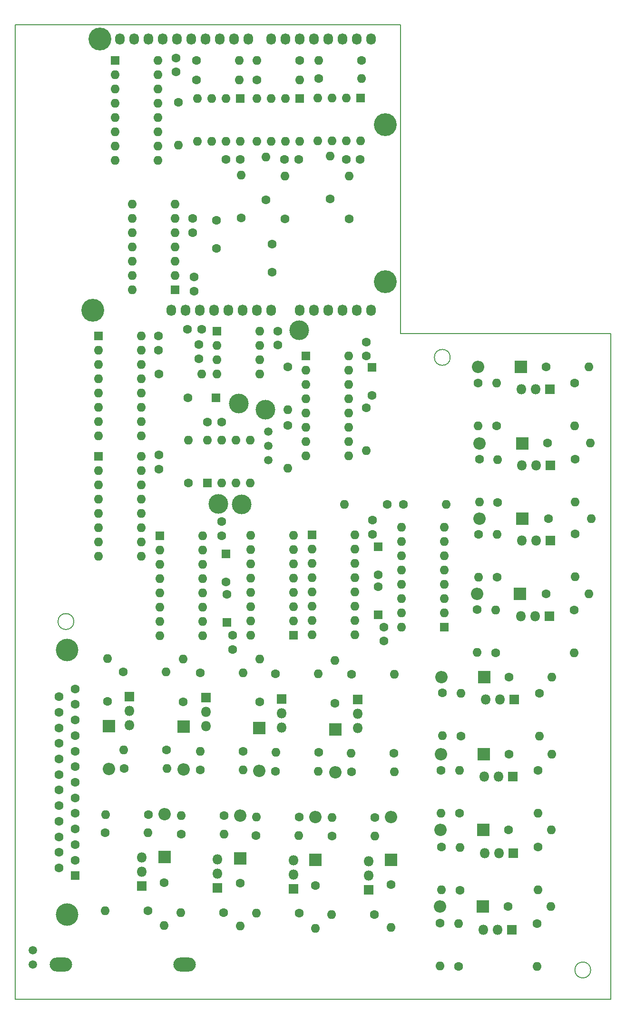
<source format=gbs>
%TF.GenerationSoftware,KiCad,Pcbnew,(2017-11-10 revision d8f4e35)-HEAD*%
%TF.CreationDate,2017-12-06T14:54:22-08:00*%
%TF.ProjectId,shield_pcb,736869656C645F7063622E6B69636164,0.1*%
%TF.SameCoordinates,Original*%
%TF.FileFunction,Soldermask,Bot*%
%TF.FilePolarity,Negative*%
%FSLAX46Y46*%
G04 Gerber Fmt 4.6, Leading zero omitted, Abs format (unit mm)*
G04 Created by KiCad (PCBNEW (2017-11-10 revision d8f4e35)-HEAD) date Wed Dec  6 14:54:22 2017*
%MOMM*%
%LPD*%
G01*
G04 APERTURE LIST*
%ADD10C,0.150000*%
%ADD11O,1.727200X2.032000*%
%ADD12R,1.600000X1.600000*%
%ADD13O,1.600000X1.600000*%
%ADD14C,1.600000*%
%ADD15C,3.500120*%
%ADD16C,4.064000*%
%ADD17O,4.000000X2.500000*%
%ADD18C,4.000000*%
%ADD19O,2.200000X2.200000*%
%ADD20R,2.200000X2.200000*%
%ADD21R,1.800000X1.800000*%
%ADD22O,1.800000X1.800000*%
%ADD23C,1.500000*%
G04 APERTURE END LIST*
D10*
X54414214Y-123000000D02*
G75*
G03X54414214Y-123000000I-1414214J0D01*
G01*
X121414214Y-76000000D02*
G75*
G03X121414214Y-76000000I-1414214J0D01*
G01*
X146414214Y-185000000D02*
G75*
G03X146414214Y-185000000I-1414214J0D01*
G01*
X150000000Y-71800000D02*
X150000000Y-190200000D01*
X112600000Y-71800000D02*
X150000000Y-71800000D01*
X44000000Y-190200000D02*
X44000000Y-16800000D01*
X112600000Y-71800000D02*
X112600000Y-16800000D01*
X112600000Y-16800000D02*
X44000000Y-16800000D01*
X44000000Y-190200000D02*
X150000000Y-190200000D01*
D11*
%TO.C,P4*%
X89518000Y-19365000D03*
X92058000Y-19365000D03*
X94598000Y-19365000D03*
X97138000Y-19365000D03*
X99678000Y-19365000D03*
X102218000Y-19365000D03*
X104758000Y-19365000D03*
X107298000Y-19365000D03*
%TD*%
D12*
%TO.C,U11*%
X61800000Y-23200000D03*
D13*
X69420000Y-40980000D03*
X61800000Y-25740000D03*
X69420000Y-38440000D03*
X61800000Y-28280000D03*
X69420000Y-35900000D03*
X61800000Y-30820000D03*
X69420000Y-33360000D03*
X61800000Y-33360000D03*
X69420000Y-30820000D03*
X61800000Y-35900000D03*
X69420000Y-28280000D03*
X61800000Y-38440000D03*
X69420000Y-25740000D03*
X61800000Y-40980000D03*
X69420000Y-23200000D03*
%TD*%
D12*
%TO.C,C13*%
X108600000Y-109675000D03*
D14*
X108600000Y-114675000D03*
%TD*%
D12*
%TO.C,U6*%
X120371000Y-123984000D03*
D13*
X112751000Y-106204000D03*
X120371000Y-121444000D03*
X112751000Y-108744000D03*
X120371000Y-118904000D03*
X112751000Y-111284000D03*
X120371000Y-116364000D03*
X112751000Y-113824000D03*
X120371000Y-113824000D03*
X112751000Y-116364000D03*
X120371000Y-111284000D03*
X112751000Y-118904000D03*
X120371000Y-108744000D03*
X112751000Y-121444000D03*
X120371000Y-106204000D03*
X112751000Y-123984000D03*
%TD*%
D15*
%TO.C,J8*%
X88550000Y-85325000D03*
%TD*%
D14*
%TO.C,C14*%
X81525000Y-115925000D03*
D12*
X81525000Y-110925000D03*
%TD*%
%TO.C,U13*%
X94598000Y-29965000D03*
D13*
X86978000Y-37585000D03*
X92058000Y-29965000D03*
X89518000Y-37585000D03*
X89518000Y-29965000D03*
X92058000Y-37585000D03*
X86978000Y-29965000D03*
X94598000Y-37585000D03*
%TD*%
D14*
%TO.C,C24*%
X91900000Y-40800000D03*
X94400000Y-40800000D03*
%TD*%
D11*
%TO.C,P1*%
X71738000Y-67625000D03*
X74278000Y-67625000D03*
X76818000Y-67625000D03*
X79358000Y-67625000D03*
X81898000Y-67625000D03*
X84438000Y-67625000D03*
X86978000Y-67625000D03*
X89518000Y-67625000D03*
%TD*%
%TO.C,P2*%
X94598000Y-67625000D03*
X97138000Y-67625000D03*
X99678000Y-67625000D03*
X102218000Y-67625000D03*
X104758000Y-67625000D03*
X107298000Y-67625000D03*
%TD*%
%TO.C,P3*%
X62594000Y-19365000D03*
X65134000Y-19365000D03*
X67674000Y-19365000D03*
X70214000Y-19365000D03*
X72754000Y-19365000D03*
X75294000Y-19365000D03*
X77834000Y-19365000D03*
X80374000Y-19365000D03*
X82914000Y-19365000D03*
X85454000Y-19365000D03*
%TD*%
D16*
%TO.C,P5*%
X57768000Y-67625000D03*
%TD*%
%TO.C,P6*%
X109838000Y-62545000D03*
%TD*%
%TO.C,P7*%
X59038000Y-19365000D03*
%TD*%
%TO.C,P8*%
X109838000Y-34605000D03*
%TD*%
D17*
%TO.C,F1*%
X74150000Y-184000000D03*
X52150000Y-184000000D03*
%TD*%
D14*
%TO.C,C1*%
X79800000Y-56600000D03*
X79800000Y-51600000D03*
%TD*%
%TO.C,C2*%
X75800000Y-61700000D03*
X75800000Y-64200000D03*
%TD*%
%TO.C,C3*%
X75600000Y-53800000D03*
X75600000Y-51300000D03*
%TD*%
%TO.C,C4*%
X89708000Y-55815000D03*
X89708000Y-60815000D03*
%TD*%
D13*
%TO.C,PS1*%
X64780000Y-64000000D03*
X72400000Y-48760000D03*
X64780000Y-61460000D03*
X72400000Y-51300000D03*
X64780000Y-58920000D03*
X72400000Y-53840000D03*
X64780000Y-56380000D03*
X72400000Y-56380000D03*
X64780000Y-53840000D03*
X72400000Y-58920000D03*
X64780000Y-51300000D03*
X72400000Y-61460000D03*
X64780000Y-48760000D03*
D12*
X72400000Y-64000000D03*
%TD*%
D14*
%TO.C,C23*%
X105400000Y-40800000D03*
X102900000Y-40800000D03*
%TD*%
%TO.C,C25*%
X81500000Y-40800000D03*
X84000000Y-40800000D03*
%TD*%
D13*
%TO.C,U9*%
X66443000Y-72210600D03*
X58823000Y-89990600D03*
X66443000Y-74750600D03*
X58823000Y-87450600D03*
X66443000Y-77290600D03*
X58823000Y-84910600D03*
X66443000Y-79830600D03*
X58823000Y-82370600D03*
X66443000Y-82370600D03*
X58823000Y-79830600D03*
X66443000Y-84910600D03*
X58823000Y-77290600D03*
X66443000Y-87450600D03*
X58823000Y-74750600D03*
X66443000Y-89990600D03*
D12*
X58823000Y-72210600D03*
%TD*%
%TO.C,U10*%
X58778200Y-93564800D03*
D13*
X66398200Y-111344800D03*
X58778200Y-96104800D03*
X66398200Y-108804800D03*
X58778200Y-98644800D03*
X66398200Y-106264800D03*
X58778200Y-101184800D03*
X66398200Y-103724800D03*
X58778200Y-103724800D03*
X66398200Y-101184800D03*
X58778200Y-106264800D03*
X66398200Y-98644800D03*
X58778200Y-108804800D03*
X66398200Y-96104800D03*
X58778200Y-111344800D03*
X66398200Y-93564800D03*
%TD*%
D12*
%TO.C,U12*%
X105420000Y-29890000D03*
D13*
X97800000Y-37510000D03*
X102880000Y-29890000D03*
X100340000Y-37510000D03*
X100340000Y-29890000D03*
X102880000Y-37510000D03*
X97800000Y-29890000D03*
X105420000Y-37510000D03*
%TD*%
D12*
%TO.C,U14*%
X83998000Y-29965000D03*
D13*
X76378000Y-37585000D03*
X81458000Y-29965000D03*
X78918000Y-37585000D03*
X78918000Y-29965000D03*
X81458000Y-37585000D03*
X76378000Y-29965000D03*
X83998000Y-37585000D03*
%TD*%
D18*
%TO.C,J1*%
X53230000Y-175155000D03*
X53230000Y-128055000D03*
D14*
X51810000Y-136370000D03*
X51810000Y-139140000D03*
X51810000Y-141910000D03*
X51810000Y-144680000D03*
X51810000Y-147450000D03*
X51810000Y-150220000D03*
X51810000Y-152990000D03*
X51810000Y-155760000D03*
X51810000Y-158530000D03*
X51810000Y-161300000D03*
X51810000Y-164070000D03*
X51810000Y-166840000D03*
X54650000Y-134985000D03*
X54650000Y-137755000D03*
X54650000Y-140525000D03*
X54650000Y-143295000D03*
X54650000Y-146065000D03*
X54650000Y-148835000D03*
X54650000Y-151605000D03*
X54650000Y-154375000D03*
X54650000Y-157145000D03*
X54650000Y-159915000D03*
X54650000Y-162685000D03*
X54650000Y-165455000D03*
D12*
X54650000Y-168225000D03*
%TD*%
D14*
%TO.C,C5*%
X106500000Y-73275000D03*
X106500000Y-75775000D03*
%TD*%
%TO.C,C6*%
X107500000Y-82775000D03*
D12*
X107500000Y-77775000D03*
%TD*%
D14*
%TO.C,C7*%
X109571000Y-123984000D03*
X109571000Y-126484000D03*
%TD*%
%TO.C,C8*%
X82650000Y-125475000D03*
X82650000Y-127975000D03*
%TD*%
%TO.C,C9*%
X107600000Y-104975000D03*
X107600000Y-107475000D03*
%TD*%
%TO.C,C10*%
X80725000Y-105225000D03*
X80725000Y-107725000D03*
%TD*%
D12*
%TO.C,C11*%
X108575000Y-121800000D03*
D14*
X108575000Y-116800000D03*
%TD*%
%TO.C,C12*%
X81694200Y-118182000D03*
D12*
X81694200Y-123182000D03*
%TD*%
D14*
%TO.C,C15*%
X78200000Y-87525000D03*
X80700000Y-87525000D03*
%TD*%
D12*
%TO.C,C16*%
X79750000Y-83225000D03*
D14*
X74750000Y-83225000D03*
%TD*%
%TO.C,C17*%
X76650000Y-76225000D03*
X76650000Y-73725000D03*
%TD*%
%TO.C,C18*%
X77150000Y-71000000D03*
X74650000Y-71000000D03*
%TD*%
%TO.C,C19*%
X90700000Y-73800000D03*
X90700000Y-71300000D03*
%TD*%
%TO.C,C20*%
X69423000Y-72210600D03*
X69423000Y-74710600D03*
%TD*%
%TO.C,C21*%
X69578200Y-95864800D03*
X69578200Y-93364800D03*
%TD*%
%TO.C,C22*%
X72600000Y-25200000D03*
X72600000Y-22700000D03*
%TD*%
D19*
%TO.C,D1*%
X73942400Y-149359000D03*
D20*
X73942400Y-141739000D03*
%TD*%
%TO.C,D3*%
X100940000Y-142194000D03*
D19*
X100940000Y-149814000D03*
%TD*%
%TO.C,D5*%
X97446900Y-157758000D03*
D20*
X97446900Y-165378000D03*
%TD*%
D19*
%TO.C,D7*%
X70546900Y-157258000D03*
D20*
X70546900Y-164878000D03*
%TD*%
D19*
%TO.C,D9*%
X119735000Y-146574000D03*
D20*
X127355000Y-146574000D03*
%TD*%
%TO.C,D11*%
X133833000Y-118058000D03*
D19*
X126213000Y-118058000D03*
%TD*%
%TO.C,D13*%
X87427500Y-149600000D03*
D20*
X87427500Y-141980000D03*
%TD*%
D19*
%TO.C,D15*%
X110880000Y-157769000D03*
D20*
X110880000Y-165389000D03*
%TD*%
%TO.C,D17*%
X83995700Y-165125000D03*
D19*
X83995700Y-157505000D03*
%TD*%
D20*
%TO.C,D19*%
X127424000Y-132908000D03*
D19*
X119804000Y-132908000D03*
%TD*%
D20*
%TO.C,D21*%
X127264000Y-160109000D03*
D19*
X119644000Y-160109000D03*
%TD*%
%TO.C,D23*%
X126346000Y-77721600D03*
D20*
X133966000Y-77721600D03*
%TD*%
%TO.C,D25*%
X134225000Y-104705000D03*
D19*
X126605000Y-104705000D03*
%TD*%
D20*
%TO.C,D27*%
X60632300Y-141571000D03*
D19*
X60632300Y-149191000D03*
%TD*%
D20*
%TO.C,D29*%
X134207000Y-91302700D03*
D19*
X126587000Y-91302700D03*
%TD*%
D20*
%TO.C,D31*%
X127224000Y-173741000D03*
D19*
X119604000Y-173741000D03*
%TD*%
D21*
%TO.C,Q1*%
X77944900Y-136564000D03*
D22*
X77944900Y-139104000D03*
X77944900Y-141644000D03*
%TD*%
%TO.C,Q2*%
X104920000Y-141934000D03*
X104920000Y-139394000D03*
D21*
X104920000Y-136854000D03*
%TD*%
%TO.C,Q3*%
X93504400Y-170533000D03*
D22*
X93504400Y-167993000D03*
X93504400Y-165453000D03*
%TD*%
%TO.C,Q4*%
X66514400Y-164963000D03*
X66514400Y-167503000D03*
D21*
X66514400Y-170043000D03*
%TD*%
D22*
%TO.C,Q5*%
X127480000Y-150586000D03*
X130020000Y-150586000D03*
D21*
X132560000Y-150586000D03*
%TD*%
D22*
%TO.C,Q6*%
X133998000Y-122060000D03*
X136538000Y-122060000D03*
D21*
X139078000Y-122060000D03*
%TD*%
%TO.C,Q7*%
X91400000Y-136765000D03*
D22*
X91400000Y-139305000D03*
X91400000Y-141845000D03*
%TD*%
%TO.C,Q8*%
X106858000Y-165654000D03*
X106858000Y-168194000D03*
D21*
X106858000Y-170734000D03*
%TD*%
%TO.C,Q9*%
X79993200Y-170360000D03*
D22*
X79993200Y-167820000D03*
X79993200Y-165280000D03*
%TD*%
D21*
%TO.C,Q10*%
X132814000Y-136888000D03*
D22*
X130274000Y-136888000D03*
X127734000Y-136888000D03*
%TD*%
D21*
%TO.C,Q11*%
X132654000Y-164239000D03*
D22*
X130114000Y-164239000D03*
X127574000Y-164239000D03*
%TD*%
%TO.C,Q12*%
X134026000Y-81651600D03*
X136566000Y-81651600D03*
D21*
X139106000Y-81651600D03*
%TD*%
D22*
%TO.C,Q13*%
X134110000Y-108557000D03*
X136650000Y-108557000D03*
D21*
X139190000Y-108557000D03*
%TD*%
%TO.C,Q14*%
X64332300Y-136371000D03*
D22*
X64332300Y-138911000D03*
X64332300Y-141451000D03*
%TD*%
%TO.C,Q15*%
X134182000Y-95235200D03*
X136722000Y-95235200D03*
D21*
X139262000Y-95235200D03*
%TD*%
D22*
%TO.C,Q16*%
X127334000Y-177821000D03*
X129874000Y-177821000D03*
D21*
X132414000Y-177821000D03*
%TD*%
D14*
%TO.C,R1*%
X92500000Y-88125000D03*
D13*
X92500000Y-95745000D03*
%TD*%
%TO.C,R2*%
X106500000Y-92595000D03*
D14*
X106500000Y-84975000D03*
%TD*%
%TO.C,R4*%
X92500000Y-77675000D03*
D13*
X92500000Y-85295000D03*
%TD*%
D14*
%TO.C,R5*%
X113050000Y-102150000D03*
D13*
X120670000Y-102150000D03*
%TD*%
%TO.C,R6*%
X102555000Y-102175000D03*
D14*
X110175000Y-102175000D03*
%TD*%
%TO.C,R7*%
X74800000Y-98325000D03*
D13*
X74800000Y-90705000D03*
%TD*%
D14*
%TO.C,R8*%
X69575000Y-78975000D03*
D13*
X77195000Y-78975000D03*
%TD*%
D14*
%TO.C,R9*%
X73892400Y-137289000D03*
D13*
X73892400Y-129669000D03*
%TD*%
%TO.C,R10*%
X84512400Y-132089000D03*
D14*
X76892400Y-132089000D03*
%TD*%
%TO.C,R11*%
X76892400Y-149389000D03*
D13*
X84512400Y-149389000D03*
%TD*%
%TO.C,R12*%
X76922400Y-146089000D03*
D14*
X84542400Y-146089000D03*
%TD*%
D13*
%TO.C,R13*%
X100908000Y-129899000D03*
D14*
X100908000Y-137519000D03*
%TD*%
D13*
%TO.C,R14*%
X111478000Y-132419000D03*
D14*
X103858000Y-132419000D03*
%TD*%
D13*
%TO.C,R15*%
X111428000Y-149769000D03*
D14*
X103808000Y-149769000D03*
%TD*%
%TO.C,R16*%
X111408000Y-146419000D03*
D13*
X103788000Y-146419000D03*
%TD*%
D14*
%TO.C,R17*%
X97396900Y-169978000D03*
D13*
X97396900Y-177598000D03*
%TD*%
%TO.C,R18*%
X86926900Y-174928000D03*
D14*
X94546900Y-174928000D03*
%TD*%
%TO.C,R19*%
X94546900Y-157778000D03*
D13*
X86926900Y-157778000D03*
%TD*%
%TO.C,R20*%
X94466900Y-161078000D03*
D14*
X86846900Y-161078000D03*
%TD*%
D13*
%TO.C,R21*%
X70446900Y-177048000D03*
D14*
X70446900Y-169428000D03*
%TD*%
%TO.C,R22*%
X67596900Y-174428000D03*
D13*
X59976900Y-174428000D03*
%TD*%
D14*
%TO.C,R23*%
X67646900Y-157328000D03*
D13*
X60026900Y-157328000D03*
%TD*%
%TO.C,R24*%
X67566900Y-160578000D03*
D14*
X59946900Y-160578000D03*
%TD*%
%TO.C,R25*%
X131905000Y-146574000D03*
D13*
X139525000Y-146574000D03*
%TD*%
%TO.C,R26*%
X137005000Y-157144000D03*
D14*
X137005000Y-149524000D03*
%TD*%
%TO.C,R27*%
X119755000Y-149474000D03*
D13*
X119755000Y-157094000D03*
%TD*%
D14*
%TO.C,R28*%
X123055000Y-157124000D03*
D13*
X123055000Y-149504000D03*
%TD*%
%TO.C,R29*%
X146053000Y-118058000D03*
D14*
X138433000Y-118058000D03*
%TD*%
%TO.C,R30*%
X143433000Y-120958000D03*
D13*
X143433000Y-128578000D03*
%TD*%
D14*
%TO.C,R31*%
X126233000Y-120908000D03*
D13*
X126233000Y-128528000D03*
%TD*%
%TO.C,R32*%
X129533000Y-120938000D03*
D14*
X129533000Y-128558000D03*
%TD*%
D13*
%TO.C,R33*%
X87477500Y-129710000D03*
D14*
X87477500Y-137330000D03*
%TD*%
%TO.C,R34*%
X90327500Y-132330000D03*
D13*
X97947500Y-132330000D03*
%TD*%
D14*
%TO.C,R35*%
X90327500Y-149630000D03*
D13*
X97947500Y-149630000D03*
%TD*%
%TO.C,R36*%
X90357500Y-146280000D03*
D14*
X97977500Y-146280000D03*
%TD*%
D13*
%TO.C,R37*%
X110880000Y-177459000D03*
D14*
X110880000Y-169839000D03*
%TD*%
%TO.C,R38*%
X107930000Y-175139000D03*
D13*
X100310000Y-175139000D03*
%TD*%
D14*
%TO.C,R39*%
X108030000Y-157839000D03*
D13*
X100410000Y-157839000D03*
%TD*%
D14*
%TO.C,R40*%
X100380000Y-161139000D03*
D13*
X108000000Y-161139000D03*
%TD*%
%TO.C,R41*%
X83995700Y-177195000D03*
D14*
X83995700Y-169575000D03*
%TD*%
%TO.C,R42*%
X81095700Y-174825000D03*
D13*
X73475700Y-174825000D03*
%TD*%
%TO.C,R43*%
X73525700Y-157525000D03*
D14*
X81145700Y-157525000D03*
%TD*%
%TO.C,R44*%
X73495700Y-160825000D03*
D13*
X81115700Y-160825000D03*
%TD*%
%TO.C,R45*%
X139509000Y-132865000D03*
D14*
X131889000Y-132865000D03*
%TD*%
%TO.C,R46*%
X137289000Y-135765000D03*
D13*
X137289000Y-143385000D03*
%TD*%
%TO.C,R47*%
X119989000Y-143335000D03*
D14*
X119989000Y-135715000D03*
%TD*%
D13*
%TO.C,R48*%
X123289000Y-135795000D03*
D14*
X123289000Y-143415000D03*
%TD*%
%TO.C,R49*%
X131739000Y-160036000D03*
D13*
X139359000Y-160036000D03*
%TD*%
D14*
%TO.C,R50*%
X137039000Y-163136000D03*
D13*
X137039000Y-170756000D03*
%TD*%
D14*
%TO.C,R51*%
X119839000Y-163136000D03*
D13*
X119839000Y-170756000D03*
%TD*%
%TO.C,R52*%
X123139000Y-163166000D03*
D14*
X123139000Y-170786000D03*
%TD*%
D13*
%TO.C,R53*%
X146091000Y-77679100D03*
D14*
X138471000Y-77679100D03*
%TD*%
%TO.C,R54*%
X143521000Y-80579100D03*
D13*
X143521000Y-88199100D03*
%TD*%
D14*
%TO.C,R55*%
X126371000Y-80529100D03*
D13*
X126371000Y-88149100D03*
%TD*%
%TO.C,R56*%
X129621000Y-80559100D03*
D14*
X129621000Y-88179100D03*
%TD*%
%TO.C,R57*%
X138925000Y-104705000D03*
D13*
X146545000Y-104705000D03*
%TD*%
%TO.C,R58*%
X143625000Y-115025000D03*
D14*
X143625000Y-107405000D03*
%TD*%
D13*
%TO.C,R59*%
X126425000Y-115125000D03*
D14*
X126425000Y-107505000D03*
%TD*%
%TO.C,R60*%
X129725000Y-115105000D03*
D13*
X129725000Y-107485000D03*
%TD*%
D14*
%TO.C,R61*%
X60432300Y-137171000D03*
D13*
X60432300Y-129551000D03*
%TD*%
%TO.C,R62*%
X70852300Y-131971000D03*
D14*
X63232300Y-131971000D03*
%TD*%
%TO.C,R63*%
X63332300Y-149171000D03*
D13*
X70952300Y-149171000D03*
%TD*%
%TO.C,R64*%
X63312300Y-145871000D03*
D14*
X70932300Y-145871000D03*
%TD*%
D13*
%TO.C,R65*%
X146377000Y-91202700D03*
D14*
X138757000Y-91202700D03*
%TD*%
%TO.C,R66*%
X143657000Y-94152700D03*
D13*
X143657000Y-101772700D03*
%TD*%
D14*
%TO.C,R67*%
X126607000Y-94152700D03*
D13*
X126607000Y-101772700D03*
%TD*%
%TO.C,R68*%
X129807000Y-94183000D03*
D14*
X129807000Y-101803000D03*
%TD*%
%TO.C,R69*%
X131729000Y-173669000D03*
D13*
X139349000Y-173669000D03*
%TD*%
%TO.C,R70*%
X136829000Y-184339000D03*
D14*
X136829000Y-176719000D03*
%TD*%
D13*
%TO.C,R71*%
X119629000Y-184289000D03*
D14*
X119629000Y-176669000D03*
%TD*%
%TO.C,R72*%
X122929000Y-184369000D03*
D13*
X122929000Y-176749000D03*
%TD*%
%TO.C,R79*%
X97980000Y-23200000D03*
D14*
X105600000Y-23200000D03*
%TD*%
%TO.C,R80*%
X98000000Y-26400000D03*
D13*
X105620000Y-26400000D03*
%TD*%
D14*
%TO.C,R81*%
X103400000Y-51400000D03*
D13*
X103400000Y-43780000D03*
%TD*%
%TO.C,R82*%
X100000000Y-40180000D03*
D14*
X100000000Y-47800000D03*
%TD*%
D13*
%TO.C,R83*%
X86980000Y-23200000D03*
D14*
X94600000Y-23200000D03*
%TD*%
%TO.C,R84*%
X87000000Y-26600000D03*
D13*
X94620000Y-26600000D03*
%TD*%
D14*
%TO.C,R85*%
X92000000Y-51400000D03*
D13*
X92000000Y-43780000D03*
%TD*%
%TO.C,R86*%
X88600000Y-40380000D03*
D14*
X88600000Y-48000000D03*
%TD*%
D13*
%TO.C,R87*%
X83820000Y-23200000D03*
D14*
X76200000Y-23200000D03*
%TD*%
%TO.C,R88*%
X76200000Y-26600000D03*
D13*
X83820000Y-26600000D03*
%TD*%
D14*
%TO.C,R89*%
X84200000Y-51200000D03*
D13*
X84200000Y-43580000D03*
%TD*%
%TO.C,R90*%
X73000000Y-38220000D03*
D14*
X73000000Y-30600000D03*
%TD*%
D13*
%TO.C,U2*%
X103320000Y-75775000D03*
X95700000Y-93555000D03*
X103320000Y-78315000D03*
X95700000Y-91015000D03*
X103320000Y-80855000D03*
X95700000Y-88475000D03*
X103320000Y-83395000D03*
X95700000Y-85935000D03*
X103320000Y-85935000D03*
X95700000Y-83395000D03*
X103320000Y-88475000D03*
X95700000Y-80855000D03*
X103320000Y-91015000D03*
X95700000Y-78315000D03*
X103320000Y-93555000D03*
D12*
X95700000Y-75775000D03*
%TD*%
D13*
%TO.C,U3*%
X77345000Y-107725000D03*
X69725000Y-125505000D03*
X77345000Y-110265000D03*
X69725000Y-122965000D03*
X77345000Y-112805000D03*
X69725000Y-120425000D03*
X77345000Y-115345000D03*
X69725000Y-117885000D03*
X77345000Y-117885000D03*
X69725000Y-115345000D03*
X77345000Y-120425000D03*
X69725000Y-112805000D03*
X77345000Y-122965000D03*
X69725000Y-110265000D03*
X77345000Y-125505000D03*
D12*
X69725000Y-107725000D03*
%TD*%
D13*
%TO.C,U4*%
X85905000Y-125425000D03*
X93525000Y-107645000D03*
X85905000Y-122885000D03*
X93525000Y-110185000D03*
X85905000Y-120345000D03*
X93525000Y-112725000D03*
X85905000Y-117805000D03*
X93525000Y-115265000D03*
X85905000Y-115265000D03*
X93525000Y-117805000D03*
X85905000Y-112725000D03*
X93525000Y-120345000D03*
X85905000Y-110185000D03*
X93525000Y-122885000D03*
X85905000Y-107645000D03*
D12*
X93525000Y-125425000D03*
%TD*%
%TO.C,U5*%
X96800000Y-107562000D03*
D13*
X104420000Y-125342000D03*
X96800000Y-110102000D03*
X104420000Y-122802000D03*
X96800000Y-112642000D03*
X104420000Y-120262000D03*
X96800000Y-115182000D03*
X104420000Y-117722000D03*
X96800000Y-117722000D03*
X104420000Y-115182000D03*
X96800000Y-120262000D03*
X104420000Y-112642000D03*
X96800000Y-122802000D03*
X104420000Y-110102000D03*
X96800000Y-125342000D03*
X104420000Y-107562000D03*
%TD*%
D12*
%TO.C,U7*%
X78200000Y-98325000D03*
D13*
X85820000Y-90705000D03*
X80740000Y-98325000D03*
X83280000Y-90705000D03*
X83280000Y-98325000D03*
X80740000Y-90705000D03*
X85820000Y-98325000D03*
X78200000Y-90705000D03*
%TD*%
%TO.C,U8*%
X87470000Y-71350000D03*
X79850000Y-78970000D03*
X87470000Y-73890000D03*
X79850000Y-76430000D03*
X87470000Y-76430000D03*
X79850000Y-73890000D03*
X87470000Y-78970000D03*
D12*
X79850000Y-71350000D03*
%TD*%
D15*
%TO.C,J4*%
X80100000Y-102075000D03*
%TD*%
%TO.C,J7*%
X84250000Y-102125000D03*
%TD*%
%TO.C,J10*%
X83750000Y-84175000D03*
%TD*%
%TO.C,J11*%
X94550000Y-71150000D03*
%TD*%
D23*
%TO.C,J9*%
X89050000Y-94265000D03*
X89050000Y-91725000D03*
X89050000Y-89185000D03*
%TD*%
%TO.C,J2*%
X47125000Y-181505000D03*
X47125000Y-184045000D03*
%TD*%
M02*

</source>
